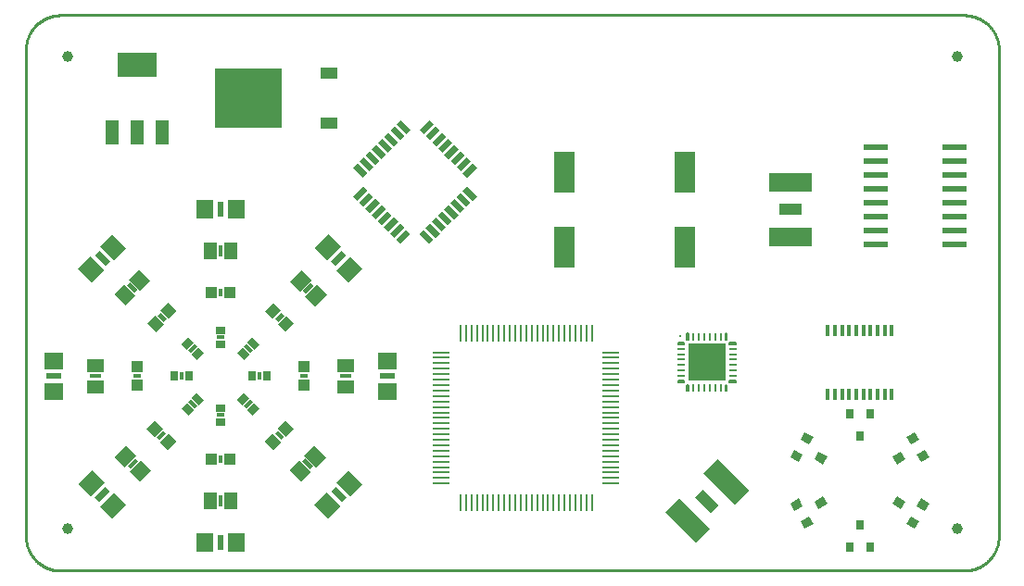
<source format=gtl>
G75*
%MOIN*%
%OFA0B0*%
%FSLAX25Y25*%
%IPPOS*%
%LPD*%
%AMOC8*
5,1,8,0,0,1.08239X$1,22.5*
%
%ADD10C,0.01000*%
%ADD11C,0.00551*%
%ADD12R,0.02756X0.01102*%
%ADD13R,0.01102X0.02756*%
%ADD14R,0.13780X0.13780*%
%ADD15R,0.00984X0.00984*%
%ADD16R,0.04800X0.08800*%
%ADD17R,0.14173X0.08661*%
%ADD18R,0.06299X0.03937*%
%ADD19R,0.24409X0.21260*%
%ADD20R,0.08661X0.02362*%
%ADD21R,0.01200X0.03900*%
%ADD22R,0.01063X0.05906*%
%ADD23R,0.05906X0.01063*%
%ADD24R,0.03543X0.02756*%
%ADD25R,0.03150X0.01574*%
%ADD26R,0.02756X0.03543*%
%ADD27R,0.01574X0.03150*%
%ADD28R,0.03937X0.04331*%
%ADD29R,0.04331X0.03937*%
%ADD30R,0.05118X0.05906*%
%ADD31R,0.01574X0.03938*%
%ADD32R,0.05906X0.05118*%
%ADD33R,0.03938X0.01574*%
%ADD34R,0.03150X0.03543*%
%ADD35R,0.06299X0.07098*%
%ADD36R,0.02362X0.05512*%
%ADD37R,0.07098X0.06299*%
%ADD38R,0.05512X0.02362*%
%ADD39C,0.03937*%
%ADD40R,0.05000X0.02200*%
%ADD41R,0.02200X0.05000*%
%ADD42R,0.07500X0.15000*%
%ADD43R,0.15748X0.07087*%
%ADD44R,0.07874X0.03938*%
%ADD45R,0.07087X0.15748*%
%ADD46R,0.03938X0.07874*%
D10*
X0014000Y0001750D02*
X0339000Y0001750D01*
X0339302Y0001754D01*
X0339604Y0001765D01*
X0339905Y0001783D01*
X0340206Y0001808D01*
X0340507Y0001841D01*
X0340806Y0001881D01*
X0341104Y0001928D01*
X0341402Y0001983D01*
X0341697Y0002044D01*
X0341991Y0002113D01*
X0342284Y0002189D01*
X0342574Y0002272D01*
X0342863Y0002362D01*
X0343149Y0002459D01*
X0343433Y0002562D01*
X0343714Y0002673D01*
X0343992Y0002790D01*
X0344268Y0002914D01*
X0344540Y0003045D01*
X0344809Y0003182D01*
X0345075Y0003325D01*
X0345337Y0003475D01*
X0345596Y0003632D01*
X0345850Y0003794D01*
X0346101Y0003963D01*
X0346347Y0004137D01*
X0346590Y0004318D01*
X0346827Y0004504D01*
X0347061Y0004696D01*
X0347289Y0004894D01*
X0347513Y0005097D01*
X0347731Y0005305D01*
X0347945Y0005519D01*
X0348153Y0005737D01*
X0348356Y0005961D01*
X0348554Y0006189D01*
X0348746Y0006423D01*
X0348932Y0006660D01*
X0349113Y0006903D01*
X0349287Y0007149D01*
X0349456Y0007400D01*
X0349618Y0007654D01*
X0349775Y0007913D01*
X0349925Y0008175D01*
X0350068Y0008441D01*
X0350205Y0008710D01*
X0350336Y0008982D01*
X0350460Y0009258D01*
X0350577Y0009536D01*
X0350688Y0009817D01*
X0350791Y0010101D01*
X0350888Y0010387D01*
X0350978Y0010676D01*
X0351061Y0010966D01*
X0351137Y0011259D01*
X0351206Y0011553D01*
X0351267Y0011848D01*
X0351322Y0012146D01*
X0351369Y0012444D01*
X0351409Y0012743D01*
X0351442Y0013044D01*
X0351467Y0013345D01*
X0351485Y0013646D01*
X0351496Y0013948D01*
X0351500Y0014250D01*
X0351500Y0189250D01*
X0351496Y0189552D01*
X0351485Y0189854D01*
X0351467Y0190155D01*
X0351442Y0190456D01*
X0351409Y0190757D01*
X0351369Y0191056D01*
X0351322Y0191354D01*
X0351267Y0191652D01*
X0351206Y0191947D01*
X0351137Y0192241D01*
X0351061Y0192534D01*
X0350978Y0192824D01*
X0350888Y0193113D01*
X0350791Y0193399D01*
X0350688Y0193683D01*
X0350577Y0193964D01*
X0350460Y0194242D01*
X0350336Y0194518D01*
X0350205Y0194790D01*
X0350068Y0195059D01*
X0349925Y0195325D01*
X0349775Y0195587D01*
X0349618Y0195846D01*
X0349456Y0196100D01*
X0349287Y0196351D01*
X0349113Y0196597D01*
X0348932Y0196840D01*
X0348746Y0197077D01*
X0348554Y0197311D01*
X0348356Y0197539D01*
X0348153Y0197763D01*
X0347945Y0197981D01*
X0347731Y0198195D01*
X0347513Y0198403D01*
X0347289Y0198606D01*
X0347061Y0198804D01*
X0346827Y0198996D01*
X0346590Y0199182D01*
X0346347Y0199363D01*
X0346101Y0199537D01*
X0345850Y0199706D01*
X0345596Y0199868D01*
X0345337Y0200025D01*
X0345075Y0200175D01*
X0344809Y0200318D01*
X0344540Y0200455D01*
X0344268Y0200586D01*
X0343992Y0200710D01*
X0343714Y0200827D01*
X0343433Y0200938D01*
X0343149Y0201041D01*
X0342863Y0201138D01*
X0342574Y0201228D01*
X0342284Y0201311D01*
X0341991Y0201387D01*
X0341697Y0201456D01*
X0341402Y0201517D01*
X0341104Y0201572D01*
X0340806Y0201619D01*
X0340507Y0201659D01*
X0340206Y0201692D01*
X0339905Y0201717D01*
X0339604Y0201735D01*
X0339302Y0201746D01*
X0339000Y0201750D01*
X0014000Y0201750D01*
X0013698Y0201746D01*
X0013396Y0201735D01*
X0013095Y0201717D01*
X0012794Y0201692D01*
X0012493Y0201659D01*
X0012194Y0201619D01*
X0011896Y0201572D01*
X0011598Y0201517D01*
X0011303Y0201456D01*
X0011009Y0201387D01*
X0010716Y0201311D01*
X0010426Y0201228D01*
X0010137Y0201138D01*
X0009851Y0201041D01*
X0009567Y0200938D01*
X0009286Y0200827D01*
X0009008Y0200710D01*
X0008732Y0200586D01*
X0008460Y0200455D01*
X0008191Y0200318D01*
X0007925Y0200175D01*
X0007663Y0200025D01*
X0007404Y0199868D01*
X0007150Y0199706D01*
X0006899Y0199537D01*
X0006653Y0199363D01*
X0006410Y0199182D01*
X0006173Y0198996D01*
X0005939Y0198804D01*
X0005711Y0198606D01*
X0005487Y0198403D01*
X0005269Y0198195D01*
X0005055Y0197981D01*
X0004847Y0197763D01*
X0004644Y0197539D01*
X0004446Y0197311D01*
X0004254Y0197077D01*
X0004068Y0196840D01*
X0003887Y0196597D01*
X0003713Y0196351D01*
X0003544Y0196100D01*
X0003382Y0195846D01*
X0003225Y0195587D01*
X0003075Y0195325D01*
X0002932Y0195059D01*
X0002795Y0194790D01*
X0002664Y0194518D01*
X0002540Y0194242D01*
X0002423Y0193964D01*
X0002312Y0193683D01*
X0002209Y0193399D01*
X0002112Y0193113D01*
X0002022Y0192824D01*
X0001939Y0192534D01*
X0001863Y0192241D01*
X0001794Y0191947D01*
X0001733Y0191652D01*
X0001678Y0191354D01*
X0001631Y0191056D01*
X0001591Y0190757D01*
X0001558Y0190456D01*
X0001533Y0190155D01*
X0001515Y0189854D01*
X0001504Y0189552D01*
X0001500Y0189250D01*
X0001500Y0014250D01*
X0001504Y0013948D01*
X0001515Y0013646D01*
X0001533Y0013345D01*
X0001558Y0013044D01*
X0001591Y0012743D01*
X0001631Y0012444D01*
X0001678Y0012146D01*
X0001733Y0011848D01*
X0001794Y0011553D01*
X0001863Y0011259D01*
X0001939Y0010966D01*
X0002022Y0010676D01*
X0002112Y0010387D01*
X0002209Y0010101D01*
X0002312Y0009817D01*
X0002423Y0009536D01*
X0002540Y0009258D01*
X0002664Y0008982D01*
X0002795Y0008710D01*
X0002932Y0008441D01*
X0003075Y0008175D01*
X0003225Y0007913D01*
X0003382Y0007654D01*
X0003544Y0007400D01*
X0003713Y0007149D01*
X0003887Y0006903D01*
X0004068Y0006660D01*
X0004254Y0006423D01*
X0004446Y0006189D01*
X0004644Y0005961D01*
X0004847Y0005737D01*
X0005055Y0005519D01*
X0005269Y0005305D01*
X0005487Y0005097D01*
X0005711Y0004894D01*
X0005939Y0004696D01*
X0006173Y0004504D01*
X0006410Y0004318D01*
X0006653Y0004137D01*
X0006899Y0003963D01*
X0007150Y0003794D01*
X0007404Y0003632D01*
X0007663Y0003475D01*
X0007925Y0003325D01*
X0008191Y0003182D01*
X0008460Y0003045D01*
X0008732Y0002914D01*
X0009008Y0002790D01*
X0009286Y0002673D01*
X0009567Y0002562D01*
X0009851Y0002459D01*
X0010137Y0002362D01*
X0010426Y0002272D01*
X0010716Y0002189D01*
X0011009Y0002113D01*
X0011303Y0002044D01*
X0011598Y0001983D01*
X0011896Y0001928D01*
X0012194Y0001881D01*
X0012493Y0001841D01*
X0012794Y0001808D01*
X0013095Y0001783D01*
X0013396Y0001765D01*
X0013698Y0001754D01*
X0014000Y0001750D01*
D11*
X0236145Y0069584D02*
X0238351Y0069584D01*
X0236145Y0069584D02*
X0236145Y0070136D01*
X0238351Y0070136D01*
X0238351Y0069584D01*
X0238351Y0070134D02*
X0236145Y0070134D01*
X0239334Y0066395D02*
X0239886Y0066395D01*
X0239334Y0066395D02*
X0239334Y0068601D01*
X0239886Y0068601D01*
X0239886Y0066395D01*
X0239886Y0066945D02*
X0239334Y0066945D01*
X0239334Y0067495D02*
X0239886Y0067495D01*
X0239886Y0068045D02*
X0239334Y0068045D01*
X0239334Y0068595D02*
X0239886Y0068595D01*
X0253114Y0066395D02*
X0253666Y0066395D01*
X0253114Y0066395D02*
X0253114Y0068601D01*
X0253666Y0068601D01*
X0253666Y0066395D01*
X0253666Y0066945D02*
X0253114Y0066945D01*
X0253114Y0067495D02*
X0253666Y0067495D01*
X0253666Y0068045D02*
X0253114Y0068045D01*
X0253114Y0068595D02*
X0253666Y0068595D01*
X0254649Y0069584D02*
X0256855Y0069584D01*
X0254649Y0069584D02*
X0254649Y0070136D01*
X0256855Y0070136D01*
X0256855Y0069584D01*
X0256855Y0070134D02*
X0254649Y0070134D01*
X0254649Y0083364D02*
X0256855Y0083364D01*
X0254649Y0083364D02*
X0254649Y0083916D01*
X0256855Y0083916D01*
X0256855Y0083364D01*
X0256855Y0083914D02*
X0254649Y0083914D01*
X0253666Y0084899D02*
X0253114Y0084899D01*
X0253114Y0087105D01*
X0253666Y0087105D01*
X0253666Y0084899D01*
X0253666Y0085449D02*
X0253114Y0085449D01*
X0253114Y0085999D02*
X0253666Y0085999D01*
X0253666Y0086549D02*
X0253114Y0086549D01*
X0253114Y0087099D02*
X0253666Y0087099D01*
X0239886Y0084899D02*
X0239334Y0084899D01*
X0239334Y0087105D01*
X0239886Y0087105D01*
X0239886Y0084899D01*
X0239886Y0085449D02*
X0239334Y0085449D01*
X0239334Y0085999D02*
X0239886Y0085999D01*
X0239886Y0086549D02*
X0239334Y0086549D01*
X0239334Y0087099D02*
X0239886Y0087099D01*
X0238351Y0083364D02*
X0236145Y0083364D01*
X0236145Y0083916D01*
X0238351Y0083916D01*
X0238351Y0083364D01*
X0238351Y0083914D02*
X0236145Y0083914D01*
D12*
X0237248Y0081671D03*
X0237248Y0079703D03*
X0237248Y0077734D03*
X0237248Y0075766D03*
X0237248Y0073797D03*
X0237248Y0071829D03*
X0255752Y0071829D03*
X0255752Y0073797D03*
X0255752Y0075766D03*
X0255752Y0077734D03*
X0255752Y0079703D03*
X0255752Y0081671D03*
D13*
X0251421Y0086002D03*
X0249453Y0086002D03*
X0247484Y0086002D03*
X0245516Y0086002D03*
X0243547Y0086002D03*
X0241579Y0086002D03*
X0241579Y0067498D03*
X0243547Y0067498D03*
X0245516Y0067498D03*
X0247484Y0067498D03*
X0249453Y0067498D03*
X0251421Y0067498D03*
D14*
X0246500Y0076750D03*
D15*
X0236992Y0086258D03*
D16*
X0050600Y0159550D03*
X0041500Y0159550D03*
X0032400Y0159550D03*
D17*
X0041500Y0183951D03*
D18*
X0110398Y0180726D03*
X0110398Y0162774D03*
D19*
X0081657Y0171750D03*
D20*
X0307327Y0154250D03*
X0307327Y0149250D03*
X0307327Y0144250D03*
X0307327Y0139250D03*
X0307327Y0134250D03*
X0307327Y0129250D03*
X0307327Y0124250D03*
X0307327Y0119250D03*
X0335673Y0119250D03*
X0335673Y0124250D03*
X0335673Y0129250D03*
X0335673Y0134250D03*
X0335673Y0139250D03*
X0335673Y0144250D03*
X0335673Y0149250D03*
X0335673Y0154250D03*
D21*
X0313016Y0088237D03*
X0310457Y0088237D03*
X0307898Y0088237D03*
X0305339Y0088237D03*
X0302780Y0088237D03*
X0300220Y0088237D03*
X0297661Y0088237D03*
X0295102Y0088237D03*
X0292543Y0088237D03*
X0289984Y0088237D03*
X0289984Y0065263D03*
X0292543Y0065263D03*
X0295102Y0065263D03*
X0297661Y0065263D03*
X0300220Y0065263D03*
X0302780Y0065263D03*
X0305339Y0065263D03*
X0307898Y0065263D03*
X0310457Y0065263D03*
X0313016Y0065263D03*
D22*
X0205122Y0087262D03*
X0203154Y0087262D03*
X0201185Y0087262D03*
X0199217Y0087262D03*
X0197248Y0087262D03*
X0195280Y0087262D03*
X0193311Y0087262D03*
X0191343Y0087262D03*
X0189374Y0087262D03*
X0187406Y0087262D03*
X0185437Y0087262D03*
X0183469Y0087262D03*
X0181500Y0087262D03*
X0179531Y0087262D03*
X0177563Y0087262D03*
X0175594Y0087262D03*
X0173626Y0087262D03*
X0171657Y0087262D03*
X0169689Y0087262D03*
X0167720Y0087262D03*
X0165752Y0087262D03*
X0163783Y0087262D03*
X0161815Y0087262D03*
X0159846Y0087262D03*
X0157878Y0087262D03*
X0157878Y0026238D03*
X0159846Y0026238D03*
X0161815Y0026238D03*
X0163783Y0026238D03*
X0165752Y0026238D03*
X0167720Y0026238D03*
X0169689Y0026238D03*
X0171657Y0026238D03*
X0173626Y0026238D03*
X0175594Y0026238D03*
X0177563Y0026238D03*
X0179531Y0026238D03*
X0181500Y0026238D03*
X0183469Y0026238D03*
X0185437Y0026238D03*
X0187406Y0026238D03*
X0189374Y0026238D03*
X0191343Y0026238D03*
X0193311Y0026238D03*
X0195280Y0026238D03*
X0197248Y0026238D03*
X0199217Y0026238D03*
X0201185Y0026238D03*
X0203154Y0026238D03*
X0205122Y0026238D03*
D23*
X0212012Y0033128D03*
X0212012Y0035096D03*
X0212012Y0037065D03*
X0212012Y0039033D03*
X0212012Y0041002D03*
X0212012Y0042970D03*
X0212012Y0044939D03*
X0212012Y0046907D03*
X0212012Y0048876D03*
X0212012Y0050844D03*
X0212012Y0052813D03*
X0212012Y0054781D03*
X0212012Y0056750D03*
X0212012Y0058719D03*
X0212012Y0060687D03*
X0212012Y0062656D03*
X0212012Y0064624D03*
X0212012Y0066593D03*
X0212012Y0068561D03*
X0212012Y0070530D03*
X0212012Y0072498D03*
X0212012Y0074467D03*
X0212012Y0076435D03*
X0212012Y0078404D03*
X0212012Y0080372D03*
X0150988Y0080372D03*
X0150988Y0078404D03*
X0150988Y0076435D03*
X0150988Y0074467D03*
X0150988Y0072498D03*
X0150988Y0070530D03*
X0150988Y0068561D03*
X0150988Y0066593D03*
X0150988Y0064624D03*
X0150988Y0062656D03*
X0150988Y0060687D03*
X0150988Y0058719D03*
X0150988Y0056750D03*
X0150988Y0054781D03*
X0150988Y0052813D03*
X0150988Y0050844D03*
X0150988Y0048876D03*
X0150988Y0046907D03*
X0150988Y0044939D03*
X0150988Y0042970D03*
X0150988Y0041002D03*
X0150988Y0039033D03*
X0150988Y0037065D03*
X0150988Y0035096D03*
X0150988Y0033128D03*
D24*
X0071500Y0055191D03*
X0071500Y0060309D03*
X0071500Y0083191D03*
X0071500Y0088309D03*
D25*
X0071500Y0085750D03*
X0101500Y0071750D03*
X0071500Y0057750D03*
X0041500Y0071750D03*
D26*
X0054941Y0071750D03*
X0060059Y0071750D03*
G36*
X0063587Y0082166D02*
X0065536Y0080217D01*
X0063033Y0077714D01*
X0061084Y0079663D01*
X0063587Y0082166D01*
G37*
G36*
X0059967Y0085786D02*
X0061916Y0083837D01*
X0059413Y0081334D01*
X0057464Y0083283D01*
X0059967Y0085786D01*
G37*
G36*
X0081916Y0079663D02*
X0079967Y0077714D01*
X0077464Y0080217D01*
X0079413Y0082166D01*
X0081916Y0079663D01*
G37*
G36*
X0085536Y0083283D02*
X0083587Y0081334D01*
X0081084Y0083837D01*
X0083033Y0085786D01*
X0085536Y0083283D01*
G37*
X0088059Y0071750D03*
X0082941Y0071750D03*
G36*
X0079967Y0065786D02*
X0081916Y0063837D01*
X0079413Y0061334D01*
X0077464Y0063283D01*
X0079967Y0065786D01*
G37*
G36*
X0083587Y0062166D02*
X0085536Y0060217D01*
X0083033Y0057714D01*
X0081084Y0059663D01*
X0083587Y0062166D01*
G37*
G36*
X0065536Y0063283D02*
X0063587Y0061334D01*
X0061084Y0063837D01*
X0063033Y0065786D01*
X0065536Y0063283D01*
G37*
G36*
X0061916Y0059663D02*
X0059967Y0057714D01*
X0057464Y0060217D01*
X0059413Y0062166D01*
X0061916Y0059663D01*
G37*
D27*
G36*
X0063170Y0061193D02*
X0062057Y0060080D01*
X0059830Y0062307D01*
X0060943Y0063420D01*
X0063170Y0061193D01*
G37*
X0057500Y0071750D03*
G36*
X0062057Y0083420D02*
X0063170Y0082307D01*
X0060943Y0080080D01*
X0059830Y0081193D01*
X0062057Y0083420D01*
G37*
G36*
X0052170Y0092443D02*
X0051057Y0091330D01*
X0048830Y0093557D01*
X0049943Y0094670D01*
X0052170Y0092443D01*
G37*
X0071500Y0101750D03*
G36*
X0093307Y0094670D02*
X0094420Y0093557D01*
X0092193Y0091330D01*
X0091080Y0092443D01*
X0093307Y0094670D01*
G37*
G36*
X0083170Y0081193D02*
X0082057Y0080080D01*
X0079830Y0082307D01*
X0080943Y0083420D01*
X0083170Y0081193D01*
G37*
X0085500Y0071750D03*
G36*
X0082057Y0063420D02*
X0083170Y0062307D01*
X0080943Y0060080D01*
X0079830Y0061193D01*
X0082057Y0063420D01*
G37*
G36*
X0091080Y0051057D02*
X0092193Y0052170D01*
X0094420Y0049943D01*
X0093307Y0048830D01*
X0091080Y0051057D01*
G37*
X0071500Y0041750D03*
G36*
X0049693Y0048830D02*
X0048580Y0049943D01*
X0050807Y0052170D01*
X0051920Y0051057D01*
X0049693Y0048830D01*
G37*
D28*
G36*
X0052477Y0045212D02*
X0049694Y0047995D01*
X0052755Y0051056D01*
X0055538Y0048273D01*
X0052477Y0045212D01*
G37*
G36*
X0047745Y0049944D02*
X0044962Y0052727D01*
X0048023Y0055788D01*
X0050806Y0053005D01*
X0047745Y0049944D01*
G37*
X0068154Y0041750D03*
X0074846Y0041750D03*
G36*
X0087462Y0048273D02*
X0090245Y0051056D01*
X0093306Y0047995D01*
X0090523Y0045212D01*
X0087462Y0048273D01*
G37*
G36*
X0092194Y0053005D02*
X0094977Y0055788D01*
X0098038Y0052727D01*
X0095255Y0049944D01*
X0092194Y0053005D01*
G37*
G36*
X0095255Y0093556D02*
X0098038Y0090773D01*
X0094977Y0087712D01*
X0092194Y0090495D01*
X0095255Y0093556D01*
G37*
G36*
X0090523Y0098288D02*
X0093306Y0095505D01*
X0090245Y0092444D01*
X0087462Y0095227D01*
X0090523Y0098288D01*
G37*
X0074846Y0101750D03*
X0068154Y0101750D03*
G36*
X0055788Y0095227D02*
X0053005Y0092444D01*
X0049944Y0095505D01*
X0052727Y0098288D01*
X0055788Y0095227D01*
G37*
G36*
X0051056Y0090495D02*
X0048273Y0087712D01*
X0045212Y0090773D01*
X0047995Y0093556D01*
X0051056Y0090495D01*
G37*
D29*
X0041500Y0075096D03*
X0041500Y0068404D03*
X0101500Y0068404D03*
X0101500Y0075096D03*
D30*
G36*
X0105581Y0096923D02*
X0101962Y0100542D01*
X0106137Y0104717D01*
X0109756Y0101098D01*
X0105581Y0096923D01*
G37*
G36*
X0100292Y0102212D02*
X0096673Y0105831D01*
X0100848Y0110006D01*
X0104467Y0106387D01*
X0100292Y0102212D01*
G37*
X0075240Y0116750D03*
X0067760Y0116750D03*
G36*
X0046327Y0106081D02*
X0042708Y0102462D01*
X0038533Y0106637D01*
X0042152Y0110256D01*
X0046327Y0106081D01*
G37*
G36*
X0041038Y0100792D02*
X0037419Y0097173D01*
X0033244Y0101348D01*
X0036863Y0104967D01*
X0041038Y0100792D01*
G37*
G36*
X0037669Y0046827D02*
X0041288Y0043208D01*
X0037113Y0039033D01*
X0033494Y0042652D01*
X0037669Y0046827D01*
G37*
G36*
X0042958Y0041538D02*
X0046577Y0037919D01*
X0042402Y0033744D01*
X0038783Y0037363D01*
X0042958Y0041538D01*
G37*
X0067760Y0026750D03*
X0075240Y0026750D03*
G36*
X0096423Y0037919D02*
X0100042Y0041538D01*
X0104217Y0037363D01*
X0100598Y0033744D01*
X0096423Y0037919D01*
G37*
G36*
X0101712Y0043208D02*
X0105331Y0046827D01*
X0109506Y0042652D01*
X0105887Y0039033D01*
X0101712Y0043208D01*
G37*
D31*
G36*
X0101016Y0041121D02*
X0102129Y0042234D01*
X0104912Y0039451D01*
X0103799Y0038338D01*
X0101016Y0041121D01*
G37*
X0071500Y0026750D03*
G36*
X0040871Y0042234D02*
X0041984Y0041121D01*
X0039201Y0038338D01*
X0038088Y0039451D01*
X0040871Y0042234D01*
G37*
G36*
X0102379Y0101516D02*
X0101266Y0102629D01*
X0104049Y0105412D01*
X0105162Y0104299D01*
X0102379Y0101516D01*
G37*
X0071500Y0116750D03*
G36*
X0041734Y0102879D02*
X0040621Y0101766D01*
X0037838Y0104549D01*
X0038951Y0105662D01*
X0041734Y0102879D01*
G37*
D32*
X0026500Y0075490D03*
X0026500Y0068010D03*
X0116500Y0068010D03*
X0116500Y0075490D03*
D33*
X0116500Y0071750D03*
X0026500Y0071750D03*
D34*
G36*
X0276399Y0042501D02*
X0277974Y0045228D01*
X0281041Y0043457D01*
X0279466Y0040730D01*
X0276399Y0042501D01*
G37*
G36*
X0285089Y0041803D02*
X0286664Y0044530D01*
X0289731Y0042759D01*
X0288156Y0040032D01*
X0285089Y0041803D01*
G37*
G36*
X0280140Y0048980D02*
X0281715Y0051707D01*
X0284782Y0049936D01*
X0283207Y0047209D01*
X0280140Y0048980D01*
G37*
X0297760Y0058187D03*
X0305240Y0058187D03*
X0301500Y0050313D03*
G36*
X0316336Y0044530D02*
X0317911Y0041803D01*
X0314844Y0040032D01*
X0313269Y0042759D01*
X0316336Y0044530D01*
G37*
G36*
X0325026Y0045228D02*
X0326601Y0042501D01*
X0323534Y0040730D01*
X0321959Y0043457D01*
X0325026Y0045228D01*
G37*
G36*
X0321285Y0051707D02*
X0322860Y0048980D01*
X0319793Y0047209D01*
X0318218Y0049936D01*
X0321285Y0051707D01*
G37*
G36*
X0317911Y0026697D02*
X0316336Y0023970D01*
X0313269Y0025741D01*
X0314844Y0028468D01*
X0317911Y0026697D01*
G37*
G36*
X0326601Y0025999D02*
X0325026Y0023272D01*
X0321959Y0025043D01*
X0323534Y0027770D01*
X0326601Y0025999D01*
G37*
G36*
X0322860Y0019520D02*
X0321285Y0016793D01*
X0318218Y0018564D01*
X0319793Y0021291D01*
X0322860Y0019520D01*
G37*
X0305240Y0010313D03*
X0297760Y0010313D03*
X0301500Y0018187D03*
G36*
X0286664Y0023970D02*
X0285089Y0026697D01*
X0288156Y0028468D01*
X0289731Y0025741D01*
X0286664Y0023970D01*
G37*
G36*
X0281715Y0016793D02*
X0280140Y0019520D01*
X0283207Y0021291D01*
X0284782Y0018564D01*
X0281715Y0016793D01*
G37*
G36*
X0277974Y0023272D02*
X0276399Y0025999D01*
X0279466Y0027770D01*
X0281041Y0025043D01*
X0277974Y0023272D01*
G37*
D35*
G36*
X0113223Y0033491D02*
X0117677Y0037945D01*
X0122695Y0032927D01*
X0118241Y0028473D01*
X0113223Y0033491D01*
G37*
G36*
X0105305Y0025573D02*
X0109759Y0030027D01*
X0114777Y0025009D01*
X0110323Y0020555D01*
X0105305Y0025573D01*
G37*
X0077098Y0011750D03*
X0065902Y0011750D03*
G36*
X0032677Y0020555D02*
X0028223Y0025009D01*
X0033241Y0030027D01*
X0037695Y0025573D01*
X0032677Y0020555D01*
G37*
G36*
X0024759Y0028473D02*
X0020305Y0032927D01*
X0025323Y0037945D01*
X0029777Y0033491D01*
X0024759Y0028473D01*
G37*
G36*
X0029777Y0110009D02*
X0025323Y0105555D01*
X0020305Y0110573D01*
X0024759Y0115027D01*
X0029777Y0110009D01*
G37*
G36*
X0037695Y0117927D02*
X0033241Y0113473D01*
X0028223Y0118491D01*
X0032677Y0122945D01*
X0037695Y0117927D01*
G37*
X0065902Y0131750D03*
X0077098Y0131750D03*
G36*
X0110323Y0122945D02*
X0114777Y0118491D01*
X0109759Y0113473D01*
X0105305Y0117927D01*
X0110323Y0122945D01*
G37*
G36*
X0118241Y0115027D02*
X0122695Y0110573D01*
X0117677Y0105555D01*
X0113223Y0110009D01*
X0118241Y0115027D01*
G37*
D36*
G36*
X0115113Y0117033D02*
X0116783Y0115363D01*
X0112887Y0111467D01*
X0111217Y0113137D01*
X0115113Y0117033D01*
G37*
X0071500Y0131750D03*
G36*
X0031783Y0113137D02*
X0030113Y0111467D01*
X0026217Y0115363D01*
X0027887Y0117033D01*
X0031783Y0113137D01*
G37*
G36*
X0027887Y0026467D02*
X0026217Y0028137D01*
X0030113Y0032033D01*
X0031783Y0030363D01*
X0027887Y0026467D01*
G37*
X0071500Y0011750D03*
G36*
X0111217Y0030363D02*
X0112887Y0032033D01*
X0116783Y0028137D01*
X0115113Y0026467D01*
X0111217Y0030363D01*
G37*
D37*
X0131500Y0066152D03*
X0131500Y0077348D03*
X0011500Y0077348D03*
X0011500Y0066152D03*
D38*
X0011500Y0071750D03*
X0131500Y0071750D03*
D39*
X0016500Y0016750D03*
X0016500Y0186750D03*
X0336500Y0186750D03*
X0336500Y0016750D03*
D40*
G36*
X0139890Y0122994D02*
X0136356Y0119460D01*
X0134800Y0121016D01*
X0138334Y0124550D01*
X0139890Y0122994D01*
G37*
G36*
X0137663Y0125221D02*
X0134129Y0121687D01*
X0132573Y0123243D01*
X0136107Y0126777D01*
X0137663Y0125221D01*
G37*
G36*
X0135436Y0127448D02*
X0131902Y0123914D01*
X0130346Y0125470D01*
X0133880Y0129004D01*
X0135436Y0127448D01*
G37*
G36*
X0133208Y0129675D02*
X0129674Y0126141D01*
X0128118Y0127697D01*
X0131652Y0131231D01*
X0133208Y0129675D01*
G37*
G36*
X0130981Y0131902D02*
X0127447Y0128368D01*
X0125891Y0129924D01*
X0129425Y0133458D01*
X0130981Y0131902D01*
G37*
G36*
X0128754Y0134130D02*
X0125220Y0130596D01*
X0123664Y0132152D01*
X0127198Y0135686D01*
X0128754Y0134130D01*
G37*
G36*
X0126527Y0136357D02*
X0122993Y0132823D01*
X0121437Y0134379D01*
X0124971Y0137913D01*
X0126527Y0136357D01*
G37*
G36*
X0124300Y0138584D02*
X0120766Y0135050D01*
X0119210Y0136606D01*
X0122744Y0140140D01*
X0124300Y0138584D01*
G37*
G36*
X0154882Y0155803D02*
X0151348Y0152269D01*
X0149792Y0153825D01*
X0153326Y0157359D01*
X0154882Y0155803D01*
G37*
G36*
X0157109Y0153576D02*
X0153575Y0150042D01*
X0152019Y0151598D01*
X0155553Y0155132D01*
X0157109Y0153576D01*
G37*
G36*
X0159336Y0151348D02*
X0155802Y0147814D01*
X0154246Y0149370D01*
X0157780Y0152904D01*
X0159336Y0151348D01*
G37*
G36*
X0161563Y0149121D02*
X0158029Y0145587D01*
X0156473Y0147143D01*
X0160007Y0150677D01*
X0161563Y0149121D01*
G37*
G36*
X0163790Y0146894D02*
X0160256Y0143360D01*
X0158700Y0144916D01*
X0162234Y0148450D01*
X0163790Y0146894D01*
G37*
G36*
X0152654Y0158030D02*
X0149120Y0154496D01*
X0147564Y0156052D01*
X0151098Y0159586D01*
X0152654Y0158030D01*
G37*
G36*
X0150427Y0160257D02*
X0146893Y0156723D01*
X0145337Y0158279D01*
X0148871Y0161813D01*
X0150427Y0160257D01*
G37*
G36*
X0148200Y0162484D02*
X0144666Y0158950D01*
X0143110Y0160506D01*
X0146644Y0164040D01*
X0148200Y0162484D01*
G37*
D41*
G36*
X0139890Y0160506D02*
X0138334Y0158950D01*
X0134800Y0162484D01*
X0136356Y0164040D01*
X0139890Y0160506D01*
G37*
G36*
X0137663Y0158279D02*
X0136107Y0156723D01*
X0132573Y0160257D01*
X0134129Y0161813D01*
X0137663Y0158279D01*
G37*
G36*
X0135436Y0156052D02*
X0133880Y0154496D01*
X0130346Y0158030D01*
X0131902Y0159586D01*
X0135436Y0156052D01*
G37*
G36*
X0133208Y0153825D02*
X0131652Y0152269D01*
X0128118Y0155803D01*
X0129674Y0157359D01*
X0133208Y0153825D01*
G37*
G36*
X0130981Y0151598D02*
X0129425Y0150042D01*
X0125891Y0153576D01*
X0127447Y0155132D01*
X0130981Y0151598D01*
G37*
G36*
X0128754Y0149370D02*
X0127198Y0147814D01*
X0123664Y0151348D01*
X0125220Y0152904D01*
X0128754Y0149370D01*
G37*
G36*
X0126527Y0147143D02*
X0124971Y0145587D01*
X0121437Y0149121D01*
X0122993Y0150677D01*
X0126527Y0147143D01*
G37*
G36*
X0124300Y0144916D02*
X0122744Y0143360D01*
X0119210Y0146894D01*
X0120766Y0148450D01*
X0124300Y0144916D01*
G37*
G36*
X0154882Y0127697D02*
X0153326Y0126141D01*
X0149792Y0129675D01*
X0151348Y0131231D01*
X0154882Y0127697D01*
G37*
G36*
X0152654Y0125470D02*
X0151098Y0123914D01*
X0147564Y0127448D01*
X0149120Y0129004D01*
X0152654Y0125470D01*
G37*
G36*
X0150427Y0123243D02*
X0148871Y0121687D01*
X0145337Y0125221D01*
X0146893Y0126777D01*
X0150427Y0123243D01*
G37*
G36*
X0148200Y0121016D02*
X0146644Y0119460D01*
X0143110Y0122994D01*
X0144666Y0124550D01*
X0148200Y0121016D01*
G37*
G36*
X0157109Y0129924D02*
X0155553Y0128368D01*
X0152019Y0131902D01*
X0153575Y0133458D01*
X0157109Y0129924D01*
G37*
G36*
X0159336Y0132152D02*
X0157780Y0130596D01*
X0154246Y0134130D01*
X0155802Y0135686D01*
X0159336Y0132152D01*
G37*
G36*
X0161563Y0134379D02*
X0160007Y0132823D01*
X0156473Y0136357D01*
X0158029Y0137913D01*
X0161563Y0134379D01*
G37*
G36*
X0163790Y0136606D02*
X0162234Y0135050D01*
X0158700Y0138584D01*
X0160256Y0140140D01*
X0163790Y0136606D01*
G37*
D42*
X0195250Y0145250D03*
X0238500Y0145250D03*
X0238500Y0118250D03*
X0195250Y0118250D03*
D43*
X0276500Y0121907D03*
X0276500Y0141593D03*
D44*
X0276500Y0131750D03*
D45*
G36*
X0261533Y0030648D02*
X0256522Y0025637D01*
X0245387Y0036772D01*
X0250398Y0041783D01*
X0261533Y0030648D01*
G37*
G36*
X0247613Y0016728D02*
X0242602Y0011717D01*
X0231467Y0022852D01*
X0236478Y0027863D01*
X0247613Y0016728D01*
G37*
D46*
G36*
X0250676Y0025359D02*
X0247891Y0022574D01*
X0242324Y0028141D01*
X0245109Y0030926D01*
X0250676Y0025359D01*
G37*
M02*

</source>
